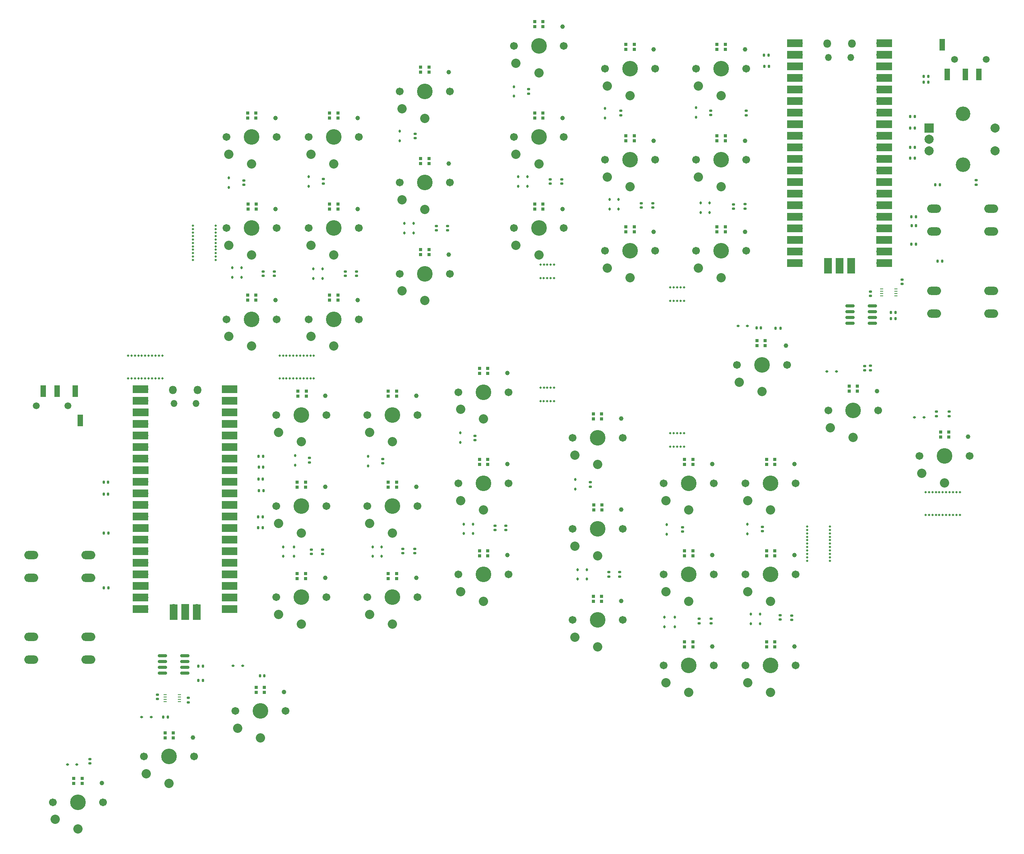
<source format=gbr>
%TF.GenerationSoftware,KiCad,Pcbnew,7.0.1*%
%TF.CreationDate,2023-05-03T23:08:28+02:00*%
%TF.ProjectId,Akula,416b756c-612e-46b6-9963-61645f706362,rev?*%
%TF.SameCoordinates,Original*%
%TF.FileFunction,Soldermask,Top*%
%TF.FilePolarity,Negative*%
%FSLAX46Y46*%
G04 Gerber Fmt 4.6, Leading zero omitted, Abs format (unit mm)*
G04 Created by KiCad (PCBNEW 7.0.1) date 2023-05-03 23:08:28*
%MOMM*%
%LPD*%
G01*
G04 APERTURE LIST*
G04 Aperture macros list*
%AMRoundRect*
0 Rectangle with rounded corners*
0 $1 Rounding radius*
0 $2 $3 $4 $5 $6 $7 $8 $9 X,Y pos of 4 corners*
0 Add a 4 corners polygon primitive as box body*
4,1,4,$2,$3,$4,$5,$6,$7,$8,$9,$2,$3,0*
0 Add four circle primitives for the rounded corners*
1,1,$1+$1,$2,$3*
1,1,$1+$1,$4,$5*
1,1,$1+$1,$6,$7*
1,1,$1+$1,$8,$9*
0 Add four rect primitives between the rounded corners*
20,1,$1+$1,$2,$3,$4,$5,0*
20,1,$1+$1,$4,$5,$6,$7,0*
20,1,$1+$1,$6,$7,$8,$9,0*
20,1,$1+$1,$8,$9,$2,$3,0*%
G04 Aperture macros list end*
%ADD10RoundRect,0.112500X0.112500X-0.187500X0.112500X0.187500X-0.112500X0.187500X-0.112500X-0.187500X0*%
%ADD11RoundRect,0.140000X-0.170000X0.140000X-0.170000X-0.140000X0.170000X-0.140000X0.170000X0.140000X0*%
%ADD12RoundRect,0.112500X-0.112500X0.187500X-0.112500X-0.187500X0.112500X-0.187500X0.112500X0.187500X0*%
%ADD13RoundRect,0.135000X-0.135000X-0.185000X0.135000X-0.185000X0.135000X0.185000X-0.135000X0.185000X0*%
%ADD14RoundRect,0.135000X0.185000X-0.135000X0.185000X0.135000X-0.185000X0.135000X-0.185000X-0.135000X0*%
%ADD15RoundRect,0.135000X0.135000X0.185000X-0.135000X0.185000X-0.135000X-0.185000X0.135000X-0.185000X0*%
%ADD16C,1.701800*%
%ADD17C,3.429000*%
%ADD18C,0.990600*%
%ADD19C,2.032000*%
%ADD20R,0.700000X0.700000*%
%ADD21C,0.500000*%
%ADD22RoundRect,0.112500X-0.187500X-0.112500X0.187500X-0.112500X0.187500X0.112500X-0.187500X0.112500X0*%
%ADD23O,3.048000X1.850000*%
%ADD24RoundRect,0.140000X0.140000X0.170000X-0.140000X0.170000X-0.140000X-0.170000X0.140000X-0.170000X0*%
%ADD25RoundRect,0.140000X-0.140000X-0.170000X0.140000X-0.170000X0.140000X0.170000X-0.140000X0.170000X0*%
%ADD26RoundRect,0.150000X-0.825000X-0.150000X0.825000X-0.150000X0.825000X0.150000X-0.825000X0.150000X0*%
%ADD27R,2.000000X2.000000*%
%ADD28C,2.000000*%
%ADD29C,3.200000*%
%ADD30O,1.800000X1.800000*%
%ADD31O,1.500000X1.500000*%
%ADD32O,1.700000X1.700000*%
%ADD33R,3.500000X1.700000*%
%ADD34R,1.700000X1.700000*%
%ADD35R,1.700000X3.500000*%
%ADD36R,0.750000X0.250000*%
%ADD37RoundRect,0.140000X0.170000X-0.140000X0.170000X0.140000X-0.170000X0.140000X-0.170000X-0.140000X0*%
%ADD38C,1.500000*%
%ADD39R,1.200000X2.500000*%
%ADD40RoundRect,0.112500X0.187500X0.112500X-0.187500X0.112500X-0.187500X-0.112500X0.187500X-0.112500X0*%
G04 APERTURE END LIST*
D10*
X115000000Y-154050000D03*
X115000000Y-151950000D03*
D11*
X121250000Y-152580000D03*
X121250000Y-153540000D03*
D12*
X133650000Y-132100000D03*
X133650000Y-134200000D03*
D13*
X252855000Y-79500000D03*
X253875000Y-79500000D03*
D11*
X216375000Y-76750000D03*
X216375000Y-77710000D03*
D14*
X243875000Y-113250000D03*
X243875000Y-112230000D03*
D11*
X143900000Y-152412164D03*
X143900000Y-153372164D03*
D15*
X110710000Y-139600000D03*
X109690000Y-139600000D03*
D12*
X219650000Y-166700000D03*
X219650000Y-168800000D03*
D16*
X84500000Y-198000000D03*
D17*
X90000000Y-198000000D03*
D18*
X95220000Y-193800000D03*
D16*
X95500000Y-198000000D03*
D19*
X90000000Y-203900000D03*
X85000000Y-201800000D03*
D20*
X107295000Y-76700000D03*
X107295000Y-77800000D03*
X109125000Y-77800000D03*
X109125000Y-76700000D03*
D12*
X117650000Y-131950000D03*
X117650000Y-134050000D03*
D20*
X221085000Y-132800000D03*
X221085000Y-133900000D03*
X222915000Y-133900000D03*
X222915000Y-132800000D03*
D16*
X165625000Y-82000000D03*
D17*
X171125000Y-82000000D03*
D18*
X176345000Y-77800000D03*
D16*
X176625000Y-82000000D03*
D19*
X171125000Y-87900000D03*
X166125000Y-85800000D03*
D16*
X102625000Y-62000000D03*
D17*
X108125000Y-62000000D03*
D18*
X113345000Y-57800000D03*
D16*
X113625000Y-62000000D03*
D19*
X108125000Y-67900000D03*
X103125000Y-65800000D03*
D20*
X69085000Y-202800000D03*
X69085000Y-203900000D03*
X70915000Y-203900000D03*
X70915000Y-202800000D03*
D12*
X140625000Y-60700000D03*
X140625000Y-62800000D03*
D20*
X158085000Y-112800000D03*
X158085000Y-113900000D03*
X159915000Y-113900000D03*
X159915000Y-112800000D03*
D21*
X171464000Y-117000000D03*
X171464000Y-120000000D03*
X172214000Y-120000000D03*
X172226000Y-117000000D03*
X172976000Y-117000000D03*
X172976000Y-120000000D03*
X173726000Y-117000000D03*
X173726000Y-120000000D03*
X174500000Y-117000000D03*
X174500000Y-120000000D03*
D16*
X153500000Y-138000000D03*
D17*
X159000000Y-138000000D03*
D18*
X164220000Y-133800000D03*
D16*
X164500000Y-138000000D03*
D19*
X159000000Y-143900000D03*
X154000000Y-141800000D03*
D11*
X193625000Y-76540000D03*
X193625000Y-77500000D03*
D22*
X214825000Y-103500000D03*
X216925000Y-103500000D03*
D23*
X257885000Y-77750000D03*
X270385000Y-77750000D03*
X257885000Y-82750000D03*
X270385000Y-82750000D03*
D20*
X210210000Y-81700000D03*
X210210000Y-82800000D03*
X212040000Y-82800000D03*
X212040000Y-81700000D03*
D24*
X221585000Y-46500000D03*
X220625000Y-46500000D03*
D13*
X96380000Y-178150000D03*
X97400000Y-178150000D03*
D11*
X220150000Y-147590000D03*
X220150000Y-148550000D03*
X213875000Y-76770000D03*
X213875000Y-77730000D03*
D22*
X67665000Y-199750000D03*
X69765000Y-199750000D03*
D16*
X254625000Y-132000000D03*
D17*
X260125000Y-132000000D03*
D18*
X265345000Y-127800000D03*
D16*
X265625000Y-132000000D03*
D19*
X260125000Y-137900000D03*
X255125000Y-135800000D03*
D16*
X185625000Y-87000000D03*
D17*
X191125000Y-87000000D03*
D18*
X196345000Y-82800000D03*
D16*
X196625000Y-87000000D03*
D19*
X191125000Y-92900000D03*
X186125000Y-90800000D03*
D13*
X252615000Y-57500000D03*
X253635000Y-57500000D03*
D11*
X208900000Y-167770000D03*
X208900000Y-168730000D03*
D25*
X218895000Y-103890000D03*
X219855000Y-103890000D03*
X75640000Y-137750000D03*
X76600000Y-137750000D03*
D10*
X154650000Y-149050000D03*
X154650000Y-146950000D03*
D20*
X118085000Y-157800000D03*
X118085000Y-158900000D03*
X119915000Y-158900000D03*
X119915000Y-157800000D03*
X190210000Y-61700000D03*
X190210000Y-62800000D03*
X192040000Y-62800000D03*
X192040000Y-61700000D03*
D16*
X153500000Y-158000000D03*
D17*
X159000000Y-158000000D03*
D18*
X164220000Y-153800000D03*
D16*
X164500000Y-158000000D03*
D19*
X159000000Y-163900000D03*
X154000000Y-161800000D03*
D11*
X182400000Y-137790000D03*
X182400000Y-138750000D03*
D20*
X145210000Y-86700000D03*
X145210000Y-87800000D03*
X147040000Y-87800000D03*
X147040000Y-86700000D03*
D13*
X109490000Y-147750000D03*
X110510000Y-147750000D03*
D11*
X110625000Y-91540000D03*
X110625000Y-92500000D03*
D13*
X252855000Y-85500000D03*
X253875000Y-85500000D03*
D21*
X199988000Y-127000000D03*
X199988000Y-130000000D03*
X200738000Y-130000000D03*
X200750000Y-127000000D03*
X201500000Y-127000000D03*
X201500000Y-130000000D03*
X202250000Y-127000000D03*
X202250000Y-130000000D03*
X203024000Y-127000000D03*
X203024000Y-130000000D03*
D11*
X242625000Y-112270000D03*
X242625000Y-113230000D03*
X148625000Y-81520000D03*
X148625000Y-82480000D03*
D10*
X188625000Y-77815000D03*
X188625000Y-75715000D03*
D16*
X205625000Y-67000000D03*
D17*
X211125000Y-67000000D03*
D18*
X216345000Y-62800000D03*
D16*
X216625000Y-67000000D03*
D19*
X211125000Y-72900000D03*
X206125000Y-70800000D03*
D16*
X205625000Y-47000000D03*
D17*
X211125000Y-47000000D03*
D18*
X216345000Y-42800000D03*
D16*
X216625000Y-47000000D03*
D19*
X211125000Y-52900000D03*
X206125000Y-50800000D03*
D21*
X230000000Y-155000000D03*
X235000000Y-155000000D03*
X230000000Y-154250000D03*
X230000000Y-154250000D03*
X235000000Y-154250000D03*
X235000000Y-154250000D03*
X230000000Y-153500000D03*
X235000000Y-153500000D03*
X230000000Y-152750000D03*
X235000000Y-152750000D03*
X230000000Y-152000000D03*
X235000000Y-152000000D03*
X230000000Y-151250000D03*
X235000000Y-151250000D03*
X230000000Y-150500000D03*
X235000000Y-150500000D03*
X230000000Y-149750000D03*
X235000000Y-149750000D03*
X230000000Y-149000000D03*
X235000000Y-149000000D03*
X230000000Y-148250000D03*
X235000000Y-148250000D03*
X230000000Y-147500000D03*
X235000000Y-147500000D03*
D16*
X165625000Y-62000000D03*
D17*
X171125000Y-62000000D03*
D18*
X176345000Y-57800000D03*
D16*
X176625000Y-62000000D03*
D19*
X171125000Y-67900000D03*
X166125000Y-65800000D03*
D26*
X239400000Y-99095000D03*
X239400000Y-100365000D03*
X239400000Y-101635000D03*
X239400000Y-102905000D03*
X244350000Y-102905000D03*
X244350000Y-101635000D03*
X244350000Y-100365000D03*
X244350000Y-99095000D03*
D20*
X170210000Y-36700000D03*
X170210000Y-37800000D03*
X172040000Y-37800000D03*
X172040000Y-36700000D03*
D11*
X157150000Y-127562164D03*
X157150000Y-128522164D03*
X87400000Y-184420000D03*
X87400000Y-185380000D03*
D20*
X170210000Y-56700000D03*
X170210000Y-57800000D03*
X172040000Y-57800000D03*
X172040000Y-56700000D03*
D16*
X120625000Y-62000000D03*
D17*
X126125000Y-62000000D03*
D18*
X131345000Y-57800000D03*
D16*
X131625000Y-62000000D03*
D19*
X126125000Y-67900000D03*
X121125000Y-65800000D03*
D23*
X257875000Y-95750000D03*
X270375000Y-95750000D03*
X257875000Y-100750000D03*
X270375000Y-100750000D03*
D20*
X183085000Y-162800000D03*
X183085000Y-163900000D03*
X184915000Y-163900000D03*
X184915000Y-162800000D03*
X170210000Y-76700000D03*
X170210000Y-77800000D03*
X172040000Y-77800000D03*
X172040000Y-76700000D03*
D24*
X221525000Y-44000000D03*
X220565000Y-44000000D03*
D23*
X59760000Y-153750000D03*
X72260000Y-153750000D03*
X59760000Y-158750000D03*
X72260000Y-158750000D03*
D22*
X104050000Y-178100000D03*
X106150000Y-178100000D03*
D11*
X151125000Y-81520000D03*
X151125000Y-82480000D03*
X141300000Y-152412164D03*
X141300000Y-153372164D03*
D15*
X256625000Y-48700000D03*
X255605000Y-48700000D03*
D20*
X138085000Y-117800000D03*
X138085000Y-118900000D03*
X139915000Y-118900000D03*
X139915000Y-117800000D03*
D11*
X94200000Y-185120000D03*
X94200000Y-186080000D03*
D14*
X267125000Y-72520000D03*
X267125000Y-71500000D03*
D20*
X138085000Y-157800000D03*
X138085000Y-158900000D03*
X139915000Y-158900000D03*
X139915000Y-157800000D03*
D16*
X198500000Y-158000000D03*
D17*
X204000000Y-158000000D03*
D18*
X209220000Y-153800000D03*
D16*
X209500000Y-158000000D03*
D19*
X204000000Y-163900000D03*
X199000000Y-161800000D03*
D11*
X243900000Y-95920000D03*
X243900000Y-96880000D03*
D20*
X125210000Y-56700000D03*
X125210000Y-57800000D03*
X127040000Y-57800000D03*
X127040000Y-56700000D03*
D11*
X208875000Y-56220000D03*
X208875000Y-57180000D03*
D12*
X185625000Y-55700000D03*
X185625000Y-57800000D03*
X216900000Y-147020000D03*
X216900000Y-149120000D03*
D21*
X199964000Y-95000000D03*
X199964000Y-98000000D03*
X200714000Y-98000000D03*
X200726000Y-95000000D03*
X201476000Y-95000000D03*
X201476000Y-98000000D03*
X202226000Y-95000000D03*
X202226000Y-98000000D03*
X203000000Y-95000000D03*
X203000000Y-98000000D03*
D27*
X256750000Y-60000000D03*
D28*
X256750000Y-65000000D03*
X256750000Y-62500000D03*
D29*
X264250000Y-56900000D03*
X264250000Y-68100000D03*
D28*
X271250000Y-65000000D03*
X271250000Y-60000000D03*
D11*
X128625000Y-91520000D03*
X128625000Y-92480000D03*
D10*
X208625000Y-78550000D03*
X208625000Y-76450000D03*
D11*
X106375000Y-71540000D03*
X106375000Y-72500000D03*
D20*
X221085000Y-152800000D03*
X221085000Y-153900000D03*
X222915000Y-153900000D03*
X222915000Y-152800000D03*
D12*
X103125000Y-70950000D03*
X103125000Y-73050000D03*
D25*
X109670000Y-134450000D03*
X110630000Y-134450000D03*
D20*
X190210000Y-41700000D03*
X190210000Y-42800000D03*
X192040000Y-42800000D03*
X192040000Y-41700000D03*
D11*
X123650000Y-152540000D03*
X123650000Y-153500000D03*
D15*
X253635000Y-64250000D03*
X252615000Y-64250000D03*
D12*
X179150000Y-137200000D03*
X179150000Y-139300000D03*
D16*
X102625000Y-102000000D03*
D17*
X108125000Y-102000000D03*
D18*
X113345000Y-97800000D03*
D16*
X113625000Y-102000000D03*
D19*
X108125000Y-107900000D03*
X103125000Y-105800000D03*
D20*
X183085000Y-122800000D03*
X183085000Y-123900000D03*
X184915000Y-123900000D03*
X184915000Y-122800000D03*
D12*
X166625000Y-70700000D03*
X166625000Y-72800000D03*
D16*
X198500000Y-178000000D03*
D17*
X204000000Y-178000000D03*
D18*
X209220000Y-173800000D03*
D16*
X209500000Y-178000000D03*
D19*
X204000000Y-183900000D03*
X199000000Y-181800000D03*
D30*
X234400000Y-41500000D03*
D31*
X234700000Y-44530000D03*
X239550000Y-44530000D03*
D30*
X239850000Y-41500000D03*
D32*
X228235000Y-41370000D03*
D33*
X227335000Y-41370000D03*
D32*
X228235000Y-43910000D03*
D33*
X227335000Y-43910000D03*
D34*
X228235000Y-46450000D03*
D33*
X227335000Y-46450000D03*
D32*
X228235000Y-48990000D03*
D33*
X227335000Y-48990000D03*
D32*
X228235000Y-51530000D03*
D33*
X227335000Y-51530000D03*
D32*
X228235000Y-54070000D03*
D33*
X227335000Y-54070000D03*
D32*
X228235000Y-56610000D03*
D33*
X227335000Y-56610000D03*
D34*
X228235000Y-59150000D03*
D33*
X227335000Y-59150000D03*
D32*
X228235000Y-61690000D03*
D33*
X227335000Y-61690000D03*
D32*
X228235000Y-64230000D03*
D33*
X227335000Y-64230000D03*
D32*
X228235000Y-66770000D03*
D33*
X227335000Y-66770000D03*
D32*
X228235000Y-69310000D03*
D33*
X227335000Y-69310000D03*
D34*
X228235000Y-71850000D03*
D33*
X227335000Y-71850000D03*
D32*
X228235000Y-74390000D03*
D33*
X227335000Y-74390000D03*
D32*
X228235000Y-76930000D03*
D33*
X227335000Y-76930000D03*
D32*
X228235000Y-79470000D03*
D33*
X227335000Y-79470000D03*
D32*
X228235000Y-82010000D03*
D33*
X227335000Y-82010000D03*
D34*
X228235000Y-84550000D03*
D33*
X227335000Y-84550000D03*
D32*
X228235000Y-87090000D03*
D33*
X227335000Y-87090000D03*
D32*
X228235000Y-89630000D03*
D33*
X227335000Y-89630000D03*
D32*
X246015000Y-89630000D03*
D33*
X246915000Y-89630000D03*
D32*
X246015000Y-87090000D03*
D33*
X246915000Y-87090000D03*
D34*
X246015000Y-84550000D03*
D33*
X246915000Y-84550000D03*
D32*
X246015000Y-82010000D03*
D33*
X246915000Y-82010000D03*
D32*
X246015000Y-79470000D03*
D33*
X246915000Y-79470000D03*
D32*
X246015000Y-76930000D03*
D33*
X246915000Y-76930000D03*
D32*
X246015000Y-74390000D03*
D33*
X246915000Y-74390000D03*
D34*
X246015000Y-71850000D03*
D33*
X246915000Y-71850000D03*
D32*
X246015000Y-69310000D03*
D33*
X246915000Y-69310000D03*
D32*
X246015000Y-66770000D03*
D33*
X246915000Y-66770000D03*
D32*
X246015000Y-64230000D03*
D33*
X246915000Y-64230000D03*
D32*
X246015000Y-61690000D03*
D33*
X246915000Y-61690000D03*
D34*
X246015000Y-59150000D03*
D33*
X246915000Y-59150000D03*
D32*
X246015000Y-56610000D03*
D33*
X246915000Y-56610000D03*
D32*
X246015000Y-54070000D03*
D33*
X246915000Y-54070000D03*
D32*
X246015000Y-51530000D03*
D33*
X246915000Y-51530000D03*
D32*
X246015000Y-48990000D03*
D33*
X246915000Y-48990000D03*
D34*
X246015000Y-46450000D03*
D33*
X246915000Y-46450000D03*
D32*
X246015000Y-43910000D03*
D33*
X246915000Y-43910000D03*
D32*
X246015000Y-41370000D03*
D33*
X246915000Y-41370000D03*
D32*
X234585000Y-89400000D03*
D35*
X234585000Y-90300000D03*
D34*
X237125000Y-89400000D03*
D35*
X237125000Y-90300000D03*
D32*
X239665000Y-89400000D03*
D35*
X239665000Y-90300000D03*
D11*
X168875000Y-51520000D03*
X168875000Y-52480000D03*
D16*
X234625000Y-122000000D03*
D17*
X240125000Y-122000000D03*
D18*
X245345000Y-117800000D03*
D16*
X245625000Y-122000000D03*
D19*
X240125000Y-127900000D03*
X235125000Y-125800000D03*
D20*
X221085000Y-172800000D03*
X221085000Y-173900000D03*
X222915000Y-173900000D03*
X222915000Y-172800000D03*
X145210000Y-46700000D03*
X145210000Y-47800000D03*
X147040000Y-47800000D03*
X147040000Y-46700000D03*
X203085000Y-172800000D03*
X203085000Y-173900000D03*
X204915000Y-173900000D03*
X204915000Y-172800000D03*
D12*
X201000000Y-167400000D03*
X201000000Y-169500000D03*
D20*
X239210000Y-116700000D03*
X239210000Y-117800000D03*
X241040000Y-117800000D03*
X241040000Y-116700000D03*
D25*
X75640000Y-140350000D03*
X76600000Y-140350000D03*
D16*
X214625000Y-112000000D03*
D17*
X220125000Y-112000000D03*
D18*
X225345000Y-107800000D03*
D16*
X225625000Y-112000000D03*
D19*
X220125000Y-117900000D03*
X215125000Y-115800000D03*
D11*
X188900000Y-157520000D03*
X188900000Y-158480000D03*
D23*
X59760000Y-171750000D03*
X72260000Y-171750000D03*
X59760000Y-176750000D03*
X72260000Y-176750000D03*
D15*
X256625000Y-50000000D03*
X255605000Y-50000000D03*
D10*
X136650000Y-154050000D03*
X136650000Y-151950000D03*
D21*
X81000000Y-110000000D03*
X81000000Y-115000000D03*
X81750000Y-110000000D03*
X81750000Y-110000000D03*
X81750000Y-115000000D03*
X81750000Y-115000000D03*
X82500000Y-110000000D03*
X82500000Y-115000000D03*
X83250000Y-110000000D03*
X83250000Y-115000000D03*
X84000000Y-110000000D03*
X84000000Y-115000000D03*
X84750000Y-110000000D03*
X84750000Y-115000000D03*
X85500000Y-110000000D03*
X85500000Y-115000000D03*
X86250000Y-110000000D03*
X86250000Y-115000000D03*
X87000000Y-110000000D03*
X87000000Y-115000000D03*
X87750000Y-110000000D03*
X87750000Y-115000000D03*
X88500000Y-110000000D03*
X88500000Y-115000000D03*
D30*
X90775000Y-117500000D03*
D31*
X91075000Y-120530000D03*
X95925000Y-120530000D03*
D30*
X96225000Y-117500000D03*
D32*
X84610000Y-117370000D03*
D33*
X83710000Y-117370000D03*
D32*
X84610000Y-119910000D03*
D33*
X83710000Y-119910000D03*
D34*
X84610000Y-122450000D03*
D33*
X83710000Y-122450000D03*
D32*
X84610000Y-124990000D03*
D33*
X83710000Y-124990000D03*
D32*
X84610000Y-127530000D03*
D33*
X83710000Y-127530000D03*
D32*
X84610000Y-130070000D03*
D33*
X83710000Y-130070000D03*
D32*
X84610000Y-132610000D03*
D33*
X83710000Y-132610000D03*
D34*
X84610000Y-135150000D03*
D33*
X83710000Y-135150000D03*
D32*
X84610000Y-137690000D03*
D33*
X83710000Y-137690000D03*
D32*
X84610000Y-140230000D03*
D33*
X83710000Y-140230000D03*
D32*
X84610000Y-142770000D03*
D33*
X83710000Y-142770000D03*
D32*
X84610000Y-145310000D03*
D33*
X83710000Y-145310000D03*
D34*
X84610000Y-147850000D03*
D33*
X83710000Y-147850000D03*
D32*
X84610000Y-150390000D03*
D33*
X83710000Y-150390000D03*
D32*
X84610000Y-152930000D03*
D33*
X83710000Y-152930000D03*
D32*
X84610000Y-155470000D03*
D33*
X83710000Y-155470000D03*
D32*
X84610000Y-158010000D03*
D33*
X83710000Y-158010000D03*
D34*
X84610000Y-160550000D03*
D33*
X83710000Y-160550000D03*
D32*
X84610000Y-163090000D03*
D33*
X83710000Y-163090000D03*
D32*
X84610000Y-165630000D03*
D33*
X83710000Y-165630000D03*
D32*
X102390000Y-165630000D03*
D33*
X103290000Y-165630000D03*
D32*
X102390000Y-163090000D03*
D33*
X103290000Y-163090000D03*
D34*
X102390000Y-160550000D03*
D33*
X103290000Y-160550000D03*
D32*
X102390000Y-158010000D03*
D33*
X103290000Y-158010000D03*
D32*
X102390000Y-155470000D03*
D33*
X103290000Y-155470000D03*
D32*
X102390000Y-152930000D03*
D33*
X103290000Y-152930000D03*
D32*
X102390000Y-150390000D03*
D33*
X103290000Y-150390000D03*
D34*
X102390000Y-147850000D03*
D33*
X103290000Y-147850000D03*
D32*
X102390000Y-145310000D03*
D33*
X103290000Y-145310000D03*
D32*
X102390000Y-142770000D03*
D33*
X103290000Y-142770000D03*
D32*
X102390000Y-140230000D03*
D33*
X103290000Y-140230000D03*
D32*
X102390000Y-137690000D03*
D33*
X103290000Y-137690000D03*
D34*
X102390000Y-135150000D03*
D33*
X103290000Y-135150000D03*
D32*
X102390000Y-132610000D03*
D33*
X103290000Y-132610000D03*
D32*
X102390000Y-130070000D03*
D33*
X103290000Y-130070000D03*
D32*
X102390000Y-127530000D03*
D33*
X103290000Y-127530000D03*
D32*
X102390000Y-124990000D03*
D33*
X103290000Y-124990000D03*
D34*
X102390000Y-122450000D03*
D33*
X103290000Y-122450000D03*
D32*
X102390000Y-119910000D03*
D33*
X103290000Y-119910000D03*
D32*
X102390000Y-117370000D03*
D33*
X103290000Y-117370000D03*
D32*
X90960000Y-165400000D03*
D35*
X90960000Y-166300000D03*
D34*
X93500000Y-165400000D03*
D35*
X93500000Y-166300000D03*
D32*
X96040000Y-165400000D03*
D35*
X96040000Y-166300000D03*
D16*
X102625000Y-82000000D03*
D17*
X108125000Y-82000000D03*
D18*
X113345000Y-77800000D03*
D16*
X113625000Y-82000000D03*
D19*
X108125000Y-87900000D03*
X103125000Y-85800000D03*
D12*
X134650000Y-151950000D03*
X134650000Y-154050000D03*
D11*
X161500000Y-147290000D03*
X161500000Y-148250000D03*
D12*
X153900000Y-126950000D03*
X153900000Y-129050000D03*
D11*
X189125000Y-56270000D03*
X189125000Y-57230000D03*
D20*
X203085000Y-132800000D03*
X203085000Y-133900000D03*
X204915000Y-133900000D03*
X204915000Y-132800000D03*
D11*
X206300000Y-167770000D03*
X206300000Y-168730000D03*
D13*
X96380000Y-181250000D03*
X97400000Y-181250000D03*
D11*
X176125000Y-71270000D03*
X176125000Y-72230000D03*
X163900000Y-147290000D03*
X163900000Y-148250000D03*
D21*
X95250000Y-89000000D03*
X100250000Y-89000000D03*
X95250000Y-88250000D03*
X95250000Y-88250000D03*
X100250000Y-88250000D03*
X100250000Y-88250000D03*
X95250000Y-87500000D03*
X100250000Y-87500000D03*
X95250000Y-86750000D03*
X100250000Y-86750000D03*
X95250000Y-86000000D03*
X100250000Y-86000000D03*
X95250000Y-85250000D03*
X100250000Y-85250000D03*
X95250000Y-84500000D03*
X100250000Y-84500000D03*
X95250000Y-83750000D03*
X100250000Y-83750000D03*
X95250000Y-83000000D03*
X100250000Y-83000000D03*
X95250000Y-82250000D03*
X100250000Y-82250000D03*
X95250000Y-81500000D03*
X100250000Y-81500000D03*
D25*
X109940000Y-180250000D03*
X110900000Y-180250000D03*
D12*
X206625000Y-76450000D03*
X206625000Y-78550000D03*
D36*
X89150000Y-184450000D03*
X89150000Y-184950000D03*
X89150000Y-185450000D03*
X89150000Y-185950000D03*
X92250000Y-185950000D03*
X92250000Y-185450000D03*
X92250000Y-184950000D03*
X92250000Y-184450000D03*
D16*
X153500000Y-118000000D03*
D17*
X159000000Y-118000000D03*
D18*
X164220000Y-113800000D03*
D16*
X164500000Y-118000000D03*
D19*
X159000000Y-123900000D03*
X154000000Y-121800000D03*
D16*
X140625000Y-52000000D03*
D17*
X146125000Y-52000000D03*
D18*
X151345000Y-47800000D03*
D16*
X151625000Y-52000000D03*
D19*
X146125000Y-57900000D03*
X141125000Y-55800000D03*
D24*
X89680000Y-189350000D03*
X88720000Y-189350000D03*
D20*
X109085000Y-182800000D03*
X109085000Y-183900000D03*
X110915000Y-183900000D03*
X110915000Y-182800000D03*
D10*
X198650000Y-169500000D03*
X198650000Y-167400000D03*
D12*
X186625000Y-75715000D03*
X186625000Y-77815000D03*
D16*
X205625000Y-87000000D03*
D17*
X211125000Y-87000000D03*
D18*
X216345000Y-82800000D03*
D16*
X216625000Y-87000000D03*
D19*
X211125000Y-92900000D03*
X206125000Y-90800000D03*
D12*
X141625000Y-80950000D03*
X141625000Y-83050000D03*
D16*
X140625000Y-92000000D03*
D17*
X146125000Y-92000000D03*
D18*
X151345000Y-87800000D03*
D16*
X151625000Y-92000000D03*
D19*
X146125000Y-97900000D03*
X141125000Y-95800000D03*
D20*
X183170000Y-142750000D03*
X183170000Y-143850000D03*
X185000000Y-143850000D03*
X185000000Y-142750000D03*
D16*
X185625000Y-67000000D03*
D17*
X191125000Y-67000000D03*
D18*
X196345000Y-62800000D03*
D16*
X196625000Y-67000000D03*
D19*
X191125000Y-72900000D03*
X186125000Y-70800000D03*
D16*
X113500000Y-123000000D03*
D17*
X119000000Y-123000000D03*
D18*
X124220000Y-118800000D03*
D16*
X124500000Y-123000000D03*
D19*
X119000000Y-128900000D03*
X114000000Y-126800000D03*
D10*
X179650000Y-159050000D03*
X179650000Y-156950000D03*
D20*
X89085000Y-192800000D03*
X89085000Y-193900000D03*
X90915000Y-193900000D03*
X90915000Y-192800000D03*
D15*
X76710000Y-148900000D03*
X75690000Y-148900000D03*
D12*
X121625000Y-90950000D03*
X121625000Y-93050000D03*
D20*
X145210000Y-66700000D03*
X145210000Y-67800000D03*
X147040000Y-67800000D03*
X147040000Y-66700000D03*
D11*
X113125000Y-91540000D03*
X113125000Y-92500000D03*
D24*
X253605000Y-66640000D03*
X252645000Y-66640000D03*
D20*
X125210000Y-96700000D03*
X125210000Y-97800000D03*
X127040000Y-97800000D03*
X127040000Y-96700000D03*
D12*
X117400000Y-151950000D03*
X117400000Y-154050000D03*
D21*
X114250000Y-110000000D03*
X114250000Y-115000000D03*
X115000000Y-110000000D03*
X115000000Y-110000000D03*
X115000000Y-115000000D03*
X115000000Y-115000000D03*
X115750000Y-110000000D03*
X115750000Y-115000000D03*
X116500000Y-110000000D03*
X116500000Y-115000000D03*
X117250000Y-110000000D03*
X117250000Y-115000000D03*
X118000000Y-110000000D03*
X118000000Y-115000000D03*
X118750000Y-110000000D03*
X118750000Y-115000000D03*
X119500000Y-110000000D03*
X119500000Y-115000000D03*
X120250000Y-110000000D03*
X120250000Y-115000000D03*
X121000000Y-110000000D03*
X121000000Y-115000000D03*
X121750000Y-110000000D03*
X121750000Y-115000000D03*
D16*
X216500000Y-178000000D03*
D17*
X222000000Y-178000000D03*
D18*
X227220000Y-173800000D03*
D16*
X227500000Y-178000000D03*
D19*
X222000000Y-183900000D03*
X217000000Y-181800000D03*
D13*
X223105000Y-104000000D03*
X224125000Y-104000000D03*
D11*
X224050000Y-166960000D03*
X224050000Y-167920000D03*
D10*
X123625000Y-93050000D03*
X123625000Y-90950000D03*
D25*
X258645000Y-89250000D03*
X259605000Y-89250000D03*
D11*
X131125000Y-91520000D03*
X131125000Y-92480000D03*
D20*
X125210000Y-76700000D03*
X125210000Y-77800000D03*
X127040000Y-77800000D03*
X127040000Y-76700000D03*
D36*
X246350000Y-95350000D03*
X246350000Y-95850000D03*
X246350000Y-96350000D03*
X246350000Y-96850000D03*
X249450000Y-96850000D03*
X249450000Y-96350000D03*
X249450000Y-95850000D03*
X249450000Y-95350000D03*
D20*
X107210000Y-96700000D03*
X107210000Y-97800000D03*
X109040000Y-97800000D03*
X109040000Y-96700000D03*
D37*
X216625000Y-57230000D03*
X216625000Y-56270000D03*
D20*
X210210000Y-41700000D03*
X210210000Y-42800000D03*
X212040000Y-42800000D03*
X212040000Y-41700000D03*
D16*
X198500000Y-138000000D03*
D17*
X204000000Y-138000000D03*
D18*
X209220000Y-133800000D03*
D16*
X209500000Y-138000000D03*
D19*
X204000000Y-143900000D03*
X199000000Y-141800000D03*
D14*
X258375000Y-123260000D03*
X258375000Y-122240000D03*
D16*
X165625000Y-42000000D03*
D17*
X171125000Y-42000000D03*
D18*
X176345000Y-37800000D03*
D16*
X176625000Y-42000000D03*
D19*
X171125000Y-47900000D03*
X166125000Y-45800000D03*
D25*
X109550000Y-145350000D03*
X110510000Y-145350000D03*
D22*
X83950000Y-189350000D03*
X86050000Y-189350000D03*
D11*
X72650000Y-198540000D03*
X72650000Y-199500000D03*
D16*
X133500000Y-163000000D03*
D17*
X139000000Y-163000000D03*
D18*
X144220000Y-158800000D03*
D16*
X144500000Y-163000000D03*
D19*
X139000000Y-168900000D03*
X134000000Y-166800000D03*
D10*
X105875000Y-92800000D03*
X105875000Y-90700000D03*
D11*
X261125000Y-122290000D03*
X261125000Y-123250000D03*
D26*
X88525000Y-175845000D03*
X88525000Y-177115000D03*
X88525000Y-178385000D03*
X88525000Y-179655000D03*
X93475000Y-179655000D03*
X93475000Y-178385000D03*
X93475000Y-177115000D03*
X93475000Y-175845000D03*
D20*
X138085000Y-137800000D03*
X138085000Y-138900000D03*
X139915000Y-138900000D03*
X139915000Y-137800000D03*
D22*
X234325000Y-113500000D03*
X236425000Y-113500000D03*
D16*
X133500000Y-143000000D03*
D17*
X139000000Y-143000000D03*
D18*
X144220000Y-138800000D03*
D16*
X144500000Y-143000000D03*
D19*
X139000000Y-148900000D03*
X134000000Y-146800000D03*
D20*
X107210000Y-56700000D03*
X107210000Y-57800000D03*
X109040000Y-57800000D03*
X109040000Y-56700000D03*
D16*
X216500000Y-158000000D03*
D17*
X222000000Y-158000000D03*
D18*
X227220000Y-153800000D03*
D16*
X227500000Y-158000000D03*
D19*
X222000000Y-163900000D03*
X217000000Y-161800000D03*
D16*
X120625000Y-102000000D03*
D17*
X126125000Y-102000000D03*
D18*
X131345000Y-97800000D03*
D16*
X131625000Y-102000000D03*
D19*
X126125000Y-107900000D03*
X121125000Y-105800000D03*
D20*
X210210000Y-61700000D03*
X210210000Y-62800000D03*
X212040000Y-62800000D03*
X212040000Y-61700000D03*
D11*
X196125000Y-76540000D03*
X196125000Y-77500000D03*
D13*
X248355000Y-101900000D03*
X249375000Y-101900000D03*
D37*
X250800000Y-94260000D03*
X250800000Y-93300000D03*
D25*
X109620000Y-137050000D03*
X110580000Y-137050000D03*
D16*
X120625000Y-82000000D03*
D17*
X126125000Y-82000000D03*
D18*
X131345000Y-77800000D03*
D16*
X131625000Y-82000000D03*
D19*
X126125000Y-87900000D03*
X121125000Y-85800000D03*
D13*
X248355000Y-100500000D03*
X249375000Y-100500000D03*
D16*
X64500000Y-208000000D03*
D17*
X70000000Y-208000000D03*
D18*
X75220000Y-203800000D03*
D16*
X75500000Y-208000000D03*
D19*
X70000000Y-213900000D03*
X65000000Y-211800000D03*
D24*
X253875000Y-81500000D03*
X252915000Y-81500000D03*
D11*
X123875000Y-71250000D03*
X123875000Y-72210000D03*
D16*
X178500000Y-148000000D03*
D17*
X184000000Y-148000000D03*
D18*
X189220000Y-143800000D03*
D16*
X189500000Y-148000000D03*
D19*
X184000000Y-153900000D03*
X179000000Y-151800000D03*
D25*
X252645000Y-60000000D03*
X253605000Y-60000000D03*
D16*
X140625000Y-72000000D03*
D17*
X146125000Y-72000000D03*
D18*
X151345000Y-67800000D03*
D16*
X151625000Y-72000000D03*
D19*
X146125000Y-77900000D03*
X141125000Y-75800000D03*
D16*
X178500000Y-128000000D03*
D17*
X184000000Y-128000000D03*
D18*
X189220000Y-123800000D03*
D16*
X189500000Y-128000000D03*
D19*
X184000000Y-133900000D03*
X179000000Y-131800000D03*
D12*
X165625000Y-50950000D03*
X165625000Y-53050000D03*
D11*
X173625000Y-71290000D03*
X173625000Y-72250000D03*
D38*
X60805000Y-121000000D03*
X67805000Y-121000000D03*
D39*
X65405000Y-117750000D03*
X62405000Y-117750000D03*
X70505000Y-124250000D03*
X69405000Y-117750000D03*
D20*
X158085000Y-152800000D03*
X158085000Y-153900000D03*
X159915000Y-153900000D03*
X159915000Y-152800000D03*
X158085000Y-132800000D03*
X158085000Y-133900000D03*
X159915000Y-133900000D03*
X159915000Y-132800000D03*
D21*
X256000000Y-140000000D03*
X256000000Y-145000000D03*
X256750000Y-140000000D03*
X256750000Y-140000000D03*
X256750000Y-145000000D03*
X256750000Y-145000000D03*
X257500000Y-140000000D03*
X257500000Y-145000000D03*
X258250000Y-140000000D03*
X258250000Y-145000000D03*
X259000000Y-140000000D03*
X259000000Y-145000000D03*
X259750000Y-140000000D03*
X259750000Y-145000000D03*
X260500000Y-140000000D03*
X260500000Y-145000000D03*
X261250000Y-140000000D03*
X261250000Y-145000000D03*
X262000000Y-140000000D03*
X262000000Y-145000000D03*
X262750000Y-140000000D03*
X262750000Y-145000000D03*
X263500000Y-140000000D03*
X263500000Y-145000000D03*
D11*
X186500000Y-157520000D03*
X186500000Y-158480000D03*
D21*
X171464000Y-90000000D03*
X171464000Y-93000000D03*
X172214000Y-93000000D03*
X172226000Y-90000000D03*
X172976000Y-90000000D03*
X172976000Y-93000000D03*
X173726000Y-90000000D03*
X173726000Y-93000000D03*
X174500000Y-90000000D03*
X174500000Y-93000000D03*
D16*
X113500000Y-143000000D03*
D17*
X119000000Y-143000000D03*
D18*
X124220000Y-138800000D03*
D16*
X124500000Y-143000000D03*
D19*
X119000000Y-148900000D03*
X114000000Y-146800000D03*
D10*
X217650000Y-168800000D03*
X217650000Y-166700000D03*
D40*
X255675000Y-123500000D03*
X253575000Y-123500000D03*
D20*
X118085000Y-137800000D03*
X118085000Y-138900000D03*
X119915000Y-138900000D03*
X119915000Y-137800000D03*
D10*
X143625000Y-83050000D03*
X143625000Y-80950000D03*
D16*
X178500000Y-168000000D03*
D17*
X184000000Y-168000000D03*
D18*
X189220000Y-163800000D03*
D16*
X189500000Y-168000000D03*
D19*
X184000000Y-173900000D03*
X179000000Y-171800000D03*
D12*
X181650000Y-156950000D03*
X181650000Y-159050000D03*
D11*
X143985000Y-61270000D03*
X143985000Y-62230000D03*
D38*
X269320000Y-45000000D03*
X262320000Y-45000000D03*
D39*
X264720000Y-48250000D03*
X267720000Y-48250000D03*
X259620000Y-41750000D03*
X260720000Y-48250000D03*
D25*
X258145000Y-72500000D03*
X259105000Y-72500000D03*
D11*
X120760000Y-132470000D03*
X120760000Y-133430000D03*
X202650000Y-147670000D03*
X202650000Y-148630000D03*
D15*
X76710000Y-160950000D03*
X75690000Y-160950000D03*
D20*
X218960000Y-106700000D03*
X218960000Y-107800000D03*
X220790000Y-107800000D03*
X220790000Y-106700000D03*
D10*
X168625000Y-72800000D03*
X168625000Y-70700000D03*
D20*
X259285000Y-126725000D03*
X259285000Y-127825000D03*
X261115000Y-127825000D03*
X261115000Y-126725000D03*
X190210000Y-81700000D03*
X190210000Y-82800000D03*
X192040000Y-82800000D03*
X192040000Y-81700000D03*
D16*
X185625000Y-47000000D03*
D17*
X191125000Y-47000000D03*
D18*
X196345000Y-42800000D03*
D16*
X196625000Y-47000000D03*
D19*
X191125000Y-52900000D03*
X186125000Y-50800000D03*
D16*
X113500000Y-163000000D03*
D17*
X119000000Y-163000000D03*
D18*
X124220000Y-158800000D03*
D16*
X124500000Y-163000000D03*
D19*
X119000000Y-168900000D03*
X114000000Y-166800000D03*
D12*
X156650000Y-146950000D03*
X156650000Y-149050000D03*
X205625000Y-55565000D03*
X205625000Y-57665000D03*
X199150000Y-147100000D03*
X199150000Y-149200000D03*
X120625000Y-70700000D03*
X120625000Y-72800000D03*
D16*
X104500000Y-188000000D03*
D17*
X110000000Y-188000000D03*
D18*
X115220000Y-183800000D03*
D16*
X115500000Y-188000000D03*
D19*
X110000000Y-193900000D03*
X105000000Y-191800000D03*
D20*
X118285000Y-117800000D03*
X118285000Y-118900000D03*
X120115000Y-118900000D03*
X120115000Y-117800000D03*
D12*
X103875000Y-90700000D03*
X103875000Y-92800000D03*
D11*
X226650000Y-167040000D03*
X226650000Y-168000000D03*
X136900000Y-132670000D03*
X136900000Y-133630000D03*
D15*
X110660000Y-132050000D03*
X109640000Y-132050000D03*
D20*
X203085000Y-152800000D03*
X203085000Y-153900000D03*
X204915000Y-153900000D03*
X204915000Y-152800000D03*
D16*
X133500000Y-123000000D03*
D17*
X139000000Y-123000000D03*
D18*
X144220000Y-118800000D03*
D16*
X144500000Y-123000000D03*
D19*
X139000000Y-128900000D03*
X134000000Y-126800000D03*
D16*
X216500000Y-138000000D03*
D17*
X222000000Y-138000000D03*
D18*
X227220000Y-133800000D03*
D16*
X227500000Y-138000000D03*
D19*
X222000000Y-143900000D03*
X217000000Y-141800000D03*
M02*

</source>
